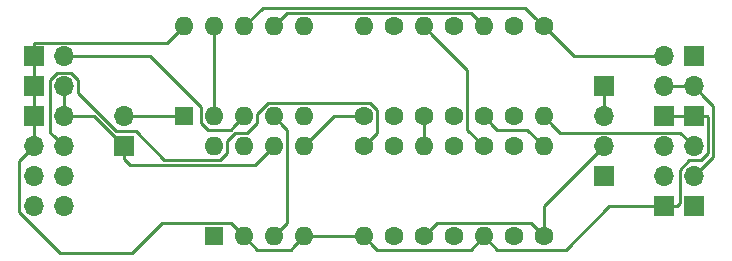
<source format=gbr>
G04 #@! TF.GenerationSoftware,KiCad,Pcbnew,5.1.5-52549c5~84~ubuntu18.04.1*
G04 #@! TF.CreationDate,2020-02-01T12:36:08+09:00*
G04 #@! TF.ProjectId,builtin,6275696c-7469-46e2-9e6b-696361645f70,rev?*
G04 #@! TF.SameCoordinates,Original*
G04 #@! TF.FileFunction,Copper,L1,Top*
G04 #@! TF.FilePolarity,Positive*
%FSLAX46Y46*%
G04 Gerber Fmt 4.6, Leading zero omitted, Abs format (unit mm)*
G04 Created by KiCad (PCBNEW 5.1.5-52549c5~84~ubuntu18.04.1) date 2020-02-01 12:36:08*
%MOMM*%
%LPD*%
G04 APERTURE LIST*
%ADD10O,1.600000X1.600000*%
%ADD11C,1.600000*%
%ADD12R,1.700000X1.700000*%
%ADD13O,1.700000X1.700000*%
%ADD14R,1.600000X1.600000*%
%ADD15C,0.250000*%
G04 APERTURE END LIST*
D10*
X46990000Y-10160000D03*
D11*
X46990000Y-2540000D03*
X44450000Y-20320000D03*
X39370000Y-20320000D03*
X34290000Y-20320000D03*
X44450000Y-12700000D03*
X39370000Y-12700000D03*
X34290000Y-12700000D03*
X44450000Y-10160000D03*
X39370000Y-10160000D03*
X34290000Y-10160000D03*
X44450000Y-2540000D03*
X39370000Y-2540000D03*
X34290000Y-2540000D03*
D12*
X52070000Y-7620000D03*
D10*
X46990000Y-12700000D03*
D11*
X46990000Y-20320000D03*
D13*
X59690000Y-7620000D03*
D12*
X59690000Y-10160000D03*
D10*
X31750000Y-2540000D03*
D11*
X31750000Y-10160000D03*
X36830000Y-10160000D03*
D10*
X36830000Y-2540000D03*
X41910000Y-2540000D03*
D11*
X41910000Y-10160000D03*
D12*
X3810000Y-5080000D03*
D13*
X6350000Y-5080000D03*
D12*
X3810000Y-7620000D03*
D13*
X6350000Y-7620000D03*
D12*
X59690000Y-5080000D03*
D11*
X31750000Y-12700000D03*
D10*
X31750000Y-20320000D03*
D11*
X36830000Y-20320000D03*
D10*
X36830000Y-12700000D03*
D11*
X41910000Y-12700000D03*
D10*
X41910000Y-20320000D03*
D12*
X57150000Y-17780000D03*
D13*
X57150000Y-15240000D03*
X57150000Y-12700000D03*
X57150000Y-5080000D03*
X57150000Y-7620000D03*
D12*
X57150000Y-10160000D03*
D13*
X59690000Y-12700000D03*
X59690000Y-15240000D03*
D12*
X59690000Y-17780000D03*
D14*
X19050000Y-20320000D03*
D10*
X26670000Y-12700000D03*
X21590000Y-20320000D03*
X24130000Y-12700000D03*
X24130000Y-20320000D03*
X21590000Y-12700000D03*
X26670000Y-20320000D03*
X19050000Y-12700000D03*
D12*
X3810000Y-10160000D03*
D13*
X6350000Y-10160000D03*
X3810000Y-12700000D03*
X6350000Y-12700000D03*
X3810000Y-15240000D03*
X6350000Y-15240000D03*
X3810000Y-17780000D03*
X6350000Y-17780000D03*
X11430000Y-10160000D03*
D12*
X11430000Y-12700000D03*
D13*
X52070000Y-10160000D03*
X52070000Y-12700000D03*
D12*
X52070000Y-15240000D03*
D10*
X16510000Y-2540000D03*
X26670000Y-10160000D03*
X19050000Y-2540000D03*
X24130000Y-10160000D03*
X21590000Y-2540000D03*
X21590000Y-10160000D03*
X24130000Y-2540000D03*
X19050000Y-10160000D03*
X26670000Y-2540000D03*
D14*
X16510000Y-10160000D03*
D15*
X29210000Y-10160000D02*
X26670000Y-12700000D01*
X31750000Y-10160000D02*
X29210000Y-10160000D01*
X37629999Y-3339999D02*
X36830000Y-2540000D01*
X40495001Y-6205001D02*
X37629999Y-3339999D01*
X40495001Y-11285001D02*
X40495001Y-6205001D01*
X41910000Y-12700000D02*
X40495001Y-11285001D01*
X36830000Y-12700000D02*
X36830000Y-10160000D01*
X24929999Y-1740001D02*
X24130000Y-2540000D01*
X25255001Y-1414999D02*
X24929999Y-1740001D01*
X40784999Y-1414999D02*
X25255001Y-1414999D01*
X41910000Y-2540000D02*
X40784999Y-1414999D01*
X42709999Y-10959999D02*
X41910000Y-10160000D01*
X43035001Y-11285001D02*
X42709999Y-10959999D01*
X45575001Y-11285001D02*
X43035001Y-11285001D01*
X46990000Y-12700000D02*
X45575001Y-11285001D01*
X47789999Y-10959999D02*
X46990000Y-10160000D01*
X48354999Y-11524999D02*
X47789999Y-10959999D01*
X58514999Y-11524999D02*
X48354999Y-11524999D01*
X59690000Y-12700000D02*
X58514999Y-11524999D01*
X49530000Y-5080000D02*
X46990000Y-2540000D01*
X57150000Y-5080000D02*
X49530000Y-5080000D01*
X45414990Y-964990D02*
X46190001Y-1740001D01*
X46190001Y-1740001D02*
X46990000Y-2540000D01*
X23165010Y-964990D02*
X45414990Y-964990D01*
X21590000Y-2540000D02*
X23165010Y-964990D01*
X25255001Y-11285001D02*
X24929999Y-10959999D01*
X24929999Y-10959999D02*
X24130000Y-10160000D01*
X25255001Y-19194999D02*
X25255001Y-11285001D01*
X24130000Y-20320000D02*
X25255001Y-19194999D01*
X19050000Y-10160000D02*
X19050000Y-2540000D01*
X5174999Y-11524999D02*
X5500001Y-11850001D01*
X5174999Y-7055999D02*
X5174999Y-11524999D01*
X5785999Y-6444999D02*
X5174999Y-7055999D01*
X10796410Y-11430000D02*
X7525001Y-8158591D01*
X12445002Y-11430000D02*
X10796410Y-11430000D01*
X14840003Y-13825001D02*
X12445002Y-11430000D01*
X19590001Y-13825001D02*
X14840003Y-13825001D01*
X7525001Y-8158591D02*
X7525001Y-7055999D01*
X20175001Y-13240001D02*
X19590001Y-13825001D01*
X6914001Y-6444999D02*
X5785999Y-6444999D01*
X20175001Y-12211409D02*
X20175001Y-13240001D01*
X20811411Y-11574999D02*
X20175001Y-12211409D01*
X21840003Y-11574999D02*
X20811411Y-11574999D01*
X22715001Y-10700001D02*
X21840003Y-11574999D01*
X22715001Y-9909997D02*
X22715001Y-10700001D01*
X23589999Y-9034999D02*
X22715001Y-9909997D01*
X5500001Y-11850001D02*
X6350000Y-12700000D01*
X32290001Y-9034999D02*
X23589999Y-9034999D01*
X32875001Y-9619999D02*
X32290001Y-9034999D01*
X7525001Y-7055999D02*
X6914001Y-6444999D01*
X32875001Y-11574999D02*
X32875001Y-9619999D01*
X31750000Y-12700000D02*
X32875001Y-11574999D01*
X20790001Y-10959999D02*
X21590000Y-10160000D01*
X20464999Y-11285001D02*
X20790001Y-10959999D01*
X18509999Y-11285001D02*
X20464999Y-11285001D01*
X17924999Y-10700001D02*
X18509999Y-11285001D01*
X17924999Y-9389997D02*
X17924999Y-10700001D01*
X13615002Y-5080000D02*
X17924999Y-9389997D01*
X6350000Y-5080000D02*
X13615002Y-5080000D01*
X60539999Y-8469999D02*
X59690000Y-7620000D01*
X61315011Y-9245011D02*
X60539999Y-8469999D01*
X61315011Y-13614989D02*
X61315011Y-9245011D01*
X59690000Y-15240000D02*
X61315011Y-13614989D01*
X59690000Y-7620000D02*
X57150000Y-7620000D01*
X52070000Y-10160000D02*
X52070000Y-7620000D01*
X60790000Y-10160000D02*
X59690000Y-10160000D01*
X60865001Y-10235001D02*
X60790000Y-10160000D01*
X60254001Y-13875001D02*
X60865001Y-13264001D01*
X59315997Y-13875001D02*
X60254001Y-13875001D01*
X58514999Y-14675999D02*
X59315997Y-13875001D01*
X58514999Y-17515001D02*
X58514999Y-14675999D01*
X58250000Y-17780000D02*
X58514999Y-17515001D01*
X60865001Y-13264001D02*
X60865001Y-10235001D01*
X57150000Y-17780000D02*
X58250000Y-17780000D01*
X59690000Y-10160000D02*
X57150000Y-10160000D01*
X32549999Y-21119999D02*
X31750000Y-20320000D01*
X40784999Y-21445001D02*
X32875001Y-21445001D01*
X32875001Y-21445001D02*
X32549999Y-21119999D01*
X41910000Y-20320000D02*
X40784999Y-21445001D01*
X56050000Y-17780000D02*
X57150000Y-17780000D01*
X48835997Y-21445001D02*
X52500998Y-17780000D01*
X52500998Y-17780000D02*
X56050000Y-17780000D01*
X43035001Y-21445001D02*
X48835997Y-21445001D01*
X41910000Y-20320000D02*
X43035001Y-21445001D01*
X31750000Y-20320000D02*
X26670000Y-20320000D01*
X25870001Y-21119999D02*
X26670000Y-20320000D01*
X25544999Y-21445001D02*
X25870001Y-21119999D01*
X22715001Y-21445001D02*
X25544999Y-21445001D01*
X21590000Y-20320000D02*
X22715001Y-21445001D01*
X6914001Y-3904999D02*
X3885001Y-3904999D01*
X6974003Y-3965001D02*
X6914001Y-3904999D01*
X3810000Y-3980000D02*
X3810000Y-5080000D01*
X15084999Y-3965001D02*
X6974003Y-3965001D01*
X3885001Y-3904999D02*
X3810000Y-3980000D01*
X16510000Y-2540000D02*
X15084999Y-3965001D01*
X3810000Y-5080000D02*
X3810000Y-7620000D01*
X3810000Y-7620000D02*
X3810000Y-10160000D01*
X3810000Y-10160000D02*
X3810000Y-12700000D01*
X6035999Y-21745001D02*
X2540000Y-18249002D01*
X12114001Y-21745001D02*
X6035999Y-21745001D01*
X14664003Y-19194999D02*
X12114001Y-21745001D01*
X21590000Y-20320000D02*
X20464999Y-19194999D01*
X20464999Y-19194999D02*
X14664003Y-19194999D01*
X2540000Y-13970000D02*
X3810000Y-12700000D01*
X2540000Y-18249002D02*
X2540000Y-13970000D01*
X6350000Y-7620000D02*
X6350000Y-10160000D01*
X8890000Y-10160000D02*
X11430000Y-12700000D01*
X6350000Y-10160000D02*
X8890000Y-10160000D01*
X11430000Y-13800000D02*
X11430000Y-12700000D01*
X11905010Y-14275010D02*
X11430000Y-13800000D01*
X22554990Y-14275010D02*
X11905010Y-14275010D01*
X24130000Y-12700000D02*
X22554990Y-14275010D01*
X11430000Y-10160000D02*
X16510000Y-10160000D01*
X46990000Y-17780000D02*
X46990000Y-20320000D01*
X52070000Y-12700000D02*
X46990000Y-17780000D01*
X37629999Y-19520001D02*
X36830000Y-20320000D01*
X37955001Y-19194999D02*
X37629999Y-19520001D01*
X45864999Y-19194999D02*
X37955001Y-19194999D01*
X46990000Y-20320000D02*
X45864999Y-19194999D01*
M02*

</source>
